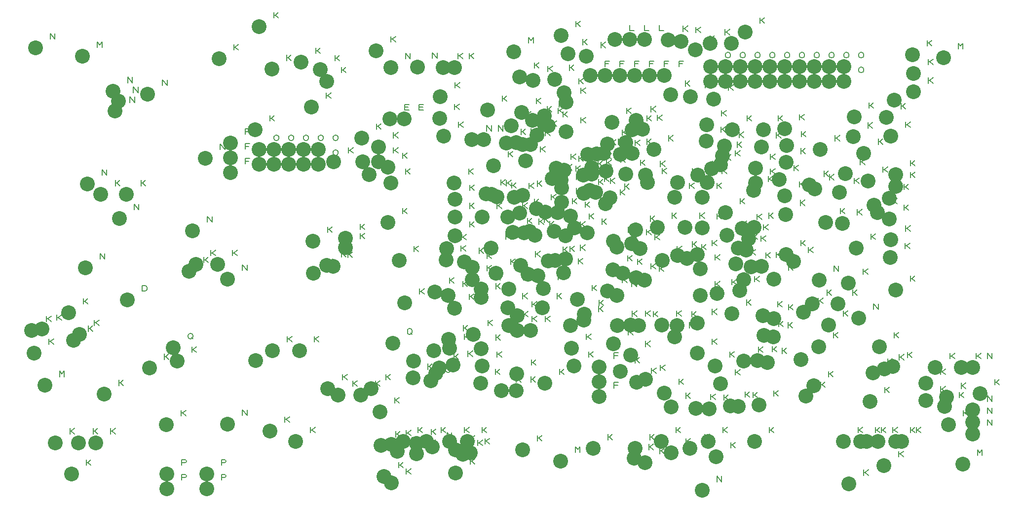
<source format=gbr>
G04 EasyPC Gerber Version 21.0.3 Build 4286 *
G04 #@! TF.Part,Single*
G04 #@! TF.FileFunction,Drillmap *
G04 #@! TF.FilePolarity,Positive *
%FSLAX35Y35*%
%MOIN*%
%ADD11C,0.00500*%
G04 #@! TA.AperFunction,WasherPad*
%ADD105C,0.10000*%
X0Y0D02*
D02*
D11*
X25565Y128585D02*
Y132335D01*
Y130460D02*
X26502D01*
X28690Y132335*
X26502Y130460D02*
X28690Y128585D01*
X27140Y113230D02*
Y116980D01*
Y115106D02*
X28077D01*
X30265Y116980*
X28077Y115106D02*
X30265Y113230D01*
X27927Y319530D02*
Y323280D01*
X31052Y319530*
Y323280*
X32514Y129411D02*
Y133161D01*
Y131287D02*
X33451D01*
X35639Y133161*
X33451Y131287D02*
X35639Y129411D01*
X34307Y91332D02*
Y95082D01*
X35870Y93207*
X37433Y95082*
Y91332*
X41313Y52600D02*
Y56350D01*
Y54476D02*
X42250D01*
X44438Y56350*
X42250Y54476D02*
X44438Y52600D01*
X50368Y140396D02*
Y144146D01*
Y142271D02*
X51306D01*
X53493Y144146*
X51306Y142271D02*
X53493Y140396D01*
X52337Y31341D02*
Y35091D01*
Y33216D02*
X53274D01*
X55462Y35091*
X53274Y33216D02*
X55462Y31341D01*
X53774Y121931D02*
Y125681D01*
Y123806D02*
X54711D01*
X56899Y125681*
X54711Y123806D02*
X56899Y121931D01*
X57061Y52600D02*
Y56350D01*
Y54476D02*
X57998D01*
X60186Y56350*
X57998Y54476D02*
X60186Y52600D01*
X57848Y125868D02*
Y129618D01*
Y127743D02*
X58786D01*
X60974Y129618*
X58786Y127743D02*
X60974Y125868D01*
X59898Y313773D02*
Y317523D01*
X61461Y315648*
X63023Y317523*
Y313773*
X61785Y170711D02*
Y174461D01*
X64911Y170711*
Y174461*
X62967Y227404D02*
Y231154D01*
X66092Y227404*
Y231154*
X68872Y52600D02*
Y56350D01*
Y54476D02*
X69809D01*
X71997Y56350*
X69809Y54476D02*
X71997Y52600D01*
X72022Y220317D02*
Y224067D01*
Y222192D02*
X72959D01*
X75147Y224067*
X72959Y222192D02*
X75147Y220317D01*
X74384Y85278D02*
Y89028D01*
Y87153D02*
X75321D01*
X77509Y89028*
X75321Y87153D02*
X77509Y85278D01*
X80289Y290002D02*
Y293752D01*
X83415Y290002*
Y293752*
X81864Y276616D02*
Y280366D01*
X84989Y276616*
Y280366*
X84226Y283309D02*
Y287059D01*
X87352Y283309*
Y287059*
X84620Y204175D02*
Y207925D01*
X87745Y204175*
Y207925*
X89344Y220317D02*
Y224067D01*
Y222192D02*
X90282D01*
X92470Y224067*
X90282Y222192D02*
X92470Y220317D01*
X90132Y149057D02*
Y152807D01*
X92007*
X92632Y152495*
X92944Y152182*
X93257Y151557*
Y150307*
X92944Y149682*
X92632Y149370*
X92007Y149057*
X90132*
X103911Y288033D02*
Y291783D01*
X107037Y288033*
Y291783*
X105093Y102994D02*
Y106744D01*
Y104869D02*
X106030D01*
X108218Y106744*
X106030Y104869D02*
X108218Y102994D01*
X116510Y64805D02*
Y68555D01*
Y66680D02*
X117447D01*
X119635Y68555*
X117447Y66680D02*
X119635Y64805D01*
X116904Y21341D02*
Y25091D01*
X119091*
X119716Y24778*
X120029Y24153*
X119716Y23528*
X119091Y23216*
X116904*
Y31341D02*
Y35091D01*
X119091*
X119716Y34778*
X120029Y34153*
X119716Y33528*
X119091Y33216*
X116904*
X121234Y118024D02*
Y119274D01*
X121547Y119899*
X121859Y120211*
X122484Y120524*
X123109*
X123734Y120211*
X124047Y119899*
X124359Y119274*
Y118024*
X124047Y117399*
X123734Y117086*
X123109Y116774*
X122484*
X121859Y117086*
X121547Y117399*
X121234Y118024*
X123422Y117711D02*
X124359Y116774D01*
X123596Y107719D02*
Y111469D01*
Y109594D02*
X124534D01*
X126722Y111469*
X124534Y109594D02*
X126722Y107719D01*
X131667Y168348D02*
Y172098D01*
Y170224D02*
X132605D01*
X134793Y172098*
X132605Y170224D02*
X134793Y168348D01*
X134226Y195907D02*
Y199657D01*
X137352Y195907*
Y199657*
X136589Y173073D02*
Y176823D01*
Y174948D02*
X137526D01*
X139714Y176823*
X137526Y174948D02*
X139714Y173073D01*
X142888Y244726D02*
Y248476D01*
X146013Y244726*
Y248476*
X143675Y21341D02*
Y25091D01*
X145863*
X146488Y24778*
X146800Y24153*
X146488Y23528*
X145863Y23216*
X143675*
Y31341D02*
Y35091D01*
X145863*
X146488Y34778*
X146800Y34153*
X146488Y33528*
X145863Y33216*
X143675*
X151156Y173073D02*
Y176823D01*
Y174948D02*
X152093D01*
X154281Y176823*
X152093Y174948D02*
X154281Y173073D01*
X151943Y312049D02*
Y315799D01*
Y313924D02*
X152880D01*
X155068Y315799*
X152880Y313924D02*
X155068Y312049D01*
X157848Y65199D02*
Y68949D01*
X160974Y65199*
Y68949*
X157848Y163230D02*
Y166980D01*
X160974Y163230*
Y166980*
X159593Y245028D02*
Y248778D01*
X162718*
X162093Y246903D02*
X159593D01*
X159661Y235028D02*
Y238778D01*
X162786*
X162161Y236903D02*
X159661D01*
Y255028D02*
Y258778D01*
X162786*
X162161Y256903D02*
X159661D01*
X176352Y264018D02*
Y267768D01*
Y265893D02*
X177290D01*
X179478Y267768*
X177290Y265893D02*
X179478Y264018D01*
X176746Y108112D02*
Y111862D01*
Y109987D02*
X177683D01*
X179871Y111862*
X177683Y109987D02*
X179871Y108112D01*
X179108Y333703D02*
Y337453D01*
Y335578D02*
X180046D01*
X182233Y337453*
X180046Y335578D02*
X182233Y333703D01*
X179187Y242098D02*
Y243348D01*
X179500Y243974*
X179812Y244286*
X180437Y244598*
X181062*
X181687Y244286*
X182000Y243974*
X182312Y243348*
Y242098*
X182000Y241474*
X181687Y241161*
X181062Y240848*
X180437*
X179812Y241161*
X179500Y241474*
X179187Y242098*
Y252098D02*
Y253348D01*
X179500Y253974*
X179812Y254286*
X180437Y254598*
X181062*
X181687Y254286*
X182000Y253974*
X182312Y253348*
Y252098*
X182000Y251474*
X181687Y251161*
X181062Y250848*
X180437*
X179812Y251161*
X179500Y251474*
X179187Y252098*
X186589Y60474D02*
Y64224D01*
Y62350D02*
X187526D01*
X189714Y64224*
X187526Y62350D02*
X189714Y60474D01*
X187770Y304963D02*
Y308713D01*
Y306838D02*
X188707D01*
X190895Y308713*
X188707Y306838D02*
X190895Y304963D01*
X188163Y114805D02*
Y118555D01*
Y116680D02*
X189101D01*
X191289Y118555*
X189101Y116680D02*
X191289Y114805D01*
X189187Y242098D02*
Y243348D01*
X189500Y243974*
X189812Y244286*
X190437Y244598*
X191062*
X191687Y244286*
X192000Y243974*
X192312Y243348*
Y242098*
X192000Y241474*
X191687Y241161*
X191062Y240848*
X190437*
X189812Y241161*
X189500Y241474*
X189187Y242098*
Y252098D02*
Y253348D01*
X189500Y253974*
X189812Y254286*
X190437Y254598*
X191062*
X191687Y254286*
X192000Y253974*
X192312Y253348*
Y252098*
X192000Y251474*
X191687Y251161*
X191062Y250848*
X190437*
X189812Y251161*
X189500Y251474*
X189187Y252098*
X199187Y242098D02*
Y243348D01*
X199500Y243974*
X199812Y244286*
X200437Y244598*
X201062*
X201687Y244286*
X202000Y243974*
X202312Y243348*
Y242098*
X202000Y241474*
X201687Y241161*
X201062Y240848*
X200437*
X199812Y241161*
X199500Y241474*
X199187Y242098*
Y252098D02*
Y253348D01*
X199500Y253974*
X199812Y254286*
X200437Y254598*
X201062*
X201687Y254286*
X202000Y253974*
X202312Y253348*
Y252098*
X202000Y251474*
X201687Y251161*
X201062Y250848*
X200437*
X199812Y251161*
X199500Y251474*
X199187Y252098*
X203911Y53388D02*
Y57138D01*
Y55263D02*
X204849D01*
X207037Y57138*
X204849Y55263D02*
X207037Y53388D01*
X206274Y114805D02*
Y118555D01*
Y116680D02*
X207211D01*
X209399Y118555*
X207211Y116680D02*
X209399Y114805D01*
X207455Y309687D02*
Y313437D01*
Y311562D02*
X208392D01*
X210580Y313437*
X208392Y311562D02*
X210580Y309687D01*
X209187Y242098D02*
Y243348D01*
X209500Y243974*
X209812Y244286*
X210437Y244598*
X211062*
X211687Y244286*
X212000Y243974*
X212312Y243348*
Y242098*
X212000Y241474*
X211687Y241161*
X211062Y240848*
X210437*
X209812Y241161*
X209500Y241474*
X209187Y242098*
Y252098D02*
Y253348D01*
X209500Y253974*
X209812Y254286*
X210437Y254598*
X211062*
X211687Y254286*
X212000Y253974*
X212312Y253348*
Y252098*
X212000Y251474*
X211687Y251161*
X211062Y250848*
X210437*
X209812Y251161*
X209500Y251474*
X209187Y252098*
X214541Y279372D02*
Y283122D01*
Y281247D02*
X215479D01*
X217667Y283122*
X215479Y281247D02*
X217667Y279372D01*
X215329Y188821D02*
Y192571D01*
Y190696D02*
X216266D01*
X218454Y192571*
X216266Y190696D02*
X218454Y188821D01*
X215722Y167167D02*
Y170917D01*
Y169043D02*
X216660D01*
X218848Y170917*
X216660Y169043D02*
X218848Y167167D01*
X219187Y242098D02*
Y243348D01*
X219500Y243974*
X219812Y244286*
X220437Y244598*
X221062*
X221687Y244286*
X222000Y243974*
X222312Y243348*
Y242098*
X222000Y241474*
X221687Y241161*
X221062Y240848*
X220437*
X219812Y241161*
X219500Y241474*
X219187Y242098*
Y252098D02*
Y253348D01*
X219500Y253974*
X219812Y254286*
X220437Y254598*
X221062*
X221687Y254286*
X222000Y253974*
X222312Y253348*
Y252098*
X222000Y251474*
X221687Y251161*
X221062Y250848*
X220437*
X219812Y251161*
X219500Y251474*
X219187Y252098*
X220447Y304785D02*
Y308535D01*
Y306661D02*
X221384D01*
X223572Y308535*
X221384Y306661D02*
X223572Y304785D01*
X224778Y172285D02*
Y176035D01*
Y174161D02*
X225715D01*
X227903Y176035*
X225715Y174161D02*
X227903Y172285D01*
X224778Y296695D02*
Y300445D01*
Y298570D02*
X225715D01*
X227903Y300445*
X225715Y298570D02*
X227903Y296695D01*
X225565Y89215D02*
Y92965D01*
Y91090D02*
X226502D01*
X228690Y92965*
X226502Y91090D02*
X228690Y89215D01*
X229108Y171892D02*
Y175642D01*
Y173767D02*
X230046D01*
X232233Y175642*
X230046Y173767D02*
X232233Y171892D01*
X229502Y242364D02*
Y246114D01*
Y244239D02*
X230439D01*
X232627Y246114*
X230439Y244239D02*
X232627Y242364D01*
X232258Y84884D02*
Y88634D01*
Y86759D02*
X233195D01*
X235383Y88634*
X233195Y86759D02*
X235383Y84884D01*
X237376Y184490D02*
Y188240D01*
Y186365D02*
X238313D01*
X240501Y188240*
X238313Y186365D02*
X240501Y184490D01*
X237376Y190789D02*
Y194539D01*
Y192665D02*
X238313D01*
X240501Y194539*
X238313Y192665D02*
X240501Y190789D01*
X247612Y84884D02*
Y88634D01*
Y86759D02*
X248550D01*
X250737Y88634*
X248550Y86759D02*
X250737Y84884D01*
X248400Y258506D02*
Y262256D01*
Y260381D02*
X249337D01*
X251525Y262256*
X249337Y260381D02*
X251525Y258506D01*
X249187Y242364D02*
Y246114D01*
Y244239D02*
X250124D01*
X252312Y246114*
X250124Y244239D02*
X252312Y242364D01*
X253518Y233703D02*
Y237453D01*
Y235578D02*
X254455D01*
X256643Y237453*
X254455Y235578D02*
X256643Y233703D01*
X254699Y89215D02*
Y92965D01*
Y91090D02*
X255636D01*
X257824Y92965*
X255636Y91090D02*
X257824Y89215D01*
X258242Y317561D02*
Y321311D01*
Y319436D02*
X259180D01*
X261367Y321311*
X259180Y319436D02*
X261367Y317561D01*
X259817Y242364D02*
Y246114D01*
Y244239D02*
X260754D01*
X262942Y246114*
X260754Y244239D02*
X262942Y242364D01*
X259817Y252600D02*
Y256350D01*
Y254476D02*
X260754D01*
X262942Y256350*
X260754Y254476D02*
X262942Y252600D01*
X260604Y73467D02*
Y77217D01*
Y75342D02*
X261542D01*
X263730Y77217*
X261542Y75342D02*
X263730Y73467D01*
X261392Y50632D02*
Y54382D01*
Y52507D02*
X262329D01*
X264517Y54382*
X262329Y52507D02*
X264517Y50632D01*
X263360Y29766D02*
Y33516D01*
Y31641D02*
X264298D01*
X266485Y33516*
X264298Y31641D02*
X266485Y29766D01*
X266116Y201419D02*
Y205169D01*
Y203294D02*
X267054D01*
X269241Y205169*
X267054Y203294D02*
X269241Y201419D01*
X266116Y238821D02*
Y242571D01*
Y240696D02*
X267054D01*
X269241Y242571*
X267054Y240696D02*
X269241Y238821D01*
X267297Y271498D02*
Y275248D01*
X270422*
X269797Y273373D02*
X267297D01*
Y271498D02*
X270422D01*
X268085Y228191D02*
Y231941D01*
Y230066D02*
X269022D01*
X271210Y231941*
X269022Y230066D02*
X271210Y228191D01*
X268085Y306144D02*
Y309894D01*
X271210Y306144*
Y309894*
X268478Y25435D02*
Y29185D01*
Y27310D02*
X269416D01*
X271604Y29185*
X269416Y27310D02*
X271604Y25435D01*
X268478Y51419D02*
Y55169D01*
Y53294D02*
X269416D01*
X271604Y55169*
X269416Y53294D02*
X271604Y51419D01*
X269266Y121173D02*
Y122423D01*
X269578Y123048*
X269891Y123361*
X270516Y123673*
X271141*
X271766Y123361*
X272078Y123048*
X272391Y122423*
Y121173*
X272078Y120548*
X271766Y120236*
X271141Y119923*
X270516*
X269891Y120236*
X269578Y120548*
X269266Y121173*
X271453Y120861D02*
X272391Y119923D01*
X272415Y46695D02*
Y50445D01*
Y48570D02*
X273353D01*
X275541Y50445*
X273353Y48570D02*
X275541Y46695D01*
X273596Y175829D02*
Y179579D01*
Y177704D02*
X274534D01*
X276722Y179579*
X274534Y177704D02*
X276722Y175829D01*
X276352Y53388D02*
Y57138D01*
Y55263D02*
X277290D01*
X279478Y57138*
X277290Y55263D02*
X279478Y53388D01*
X277114Y271498D02*
Y275248D01*
X280239*
X279614Y273373D02*
X277114D01*
Y271498D02*
X280239D01*
X277533Y147089D02*
Y150839D01*
Y148964D02*
X278471D01*
X280659Y150839*
X278471Y148964D02*
X280659Y147089D01*
X283045Y96301D02*
Y100051D01*
Y98176D02*
X283983D01*
X286170Y100051*
X283983Y98176D02*
X286170Y96301D01*
X283439Y107719D02*
Y111469D01*
Y109594D02*
X284376D01*
X286564Y111469*
X284376Y109594D02*
X286564Y107719D01*
X285407Y45120D02*
Y48870D01*
Y46995D02*
X286345D01*
X288533Y48870*
X286345Y46995D02*
X288533Y45120D01*
X285407Y52207D02*
Y55957D01*
Y54082D02*
X286345D01*
X288533Y55957*
X286345Y54082D02*
X288533Y52207D01*
X286195Y306537D02*
Y310287D01*
X289320Y306537*
Y310287*
X292100Y53388D02*
Y57138D01*
Y55263D02*
X293038D01*
X295226Y57138*
X293038Y55263D02*
X295226Y53388D01*
X297437Y95895D02*
X298375D01*
Y95583*
X298063Y94958*
X297750Y94645*
X297125Y94333*
X296500*
X295875Y94645*
X295563Y94958*
X295250Y95583*
Y96833*
X295563Y97458*
X295875Y97770*
X296500Y98083*
X297125*
X297750Y97770*
X298063Y97458*
X298375Y96833*
X296037Y49844D02*
Y53594D01*
X299163Y49844*
Y53594*
X297219Y114805D02*
Y118555D01*
Y116680D02*
X298156D01*
X300344Y118555*
X298156Y116680D02*
X300344Y114805D01*
X297612Y154569D02*
Y158319D01*
Y156444D02*
X298550D01*
X300737Y158319*
X298550Y156444D02*
X300737Y154569D01*
X298400Y99451D02*
Y103201D01*
Y101326D02*
X299337D01*
X301525Y103201*
X299337Y101326D02*
X301525Y99451D01*
X300762Y102994D02*
Y106744D01*
Y104869D02*
X301699D01*
X303887Y106744*
X301699Y104869D02*
X303887Y102994D01*
X301156Y271892D02*
Y275642D01*
Y273767D02*
X302093D01*
X304281Y275642*
X302093Y273767D02*
X304281Y271892D01*
X301549Y286459D02*
Y290209D01*
Y288334D02*
X302487D01*
X304674Y290209*
X302487Y288334D02*
X304674Y286459D01*
X303518Y306144D02*
Y309894D01*
Y308019D02*
X304455D01*
X306643Y309894*
X304455Y308019D02*
X306643Y306144D01*
X303911Y259687D02*
Y263437D01*
Y261562D02*
X304849D01*
X307037Y263437*
X304849Y261562D02*
X307037Y259687D01*
X305486Y176222D02*
Y179972D01*
Y178098D02*
X306424D01*
X308611Y179972*
X306424Y178098D02*
X308611Y176222D01*
X305880Y183703D02*
Y187453D01*
Y185578D02*
X306817D01*
X309005Y187453*
X306817Y185578D02*
X309005Y183703D01*
X306667Y152207D02*
Y155957D01*
Y154082D02*
X307605D01*
X309793Y155957*
X307605Y154082D02*
X309793Y152207D01*
X307061Y122285D02*
Y126035D01*
Y124161D02*
X307998D01*
X310186Y126035*
X307998Y124161D02*
X310186Y122285D01*
X307848Y53388D02*
Y57138D01*
Y55263D02*
X308786D01*
X310974Y57138*
X308786Y55263D02*
X310974Y53388D01*
X307848Y116380D02*
Y120130D01*
Y118255D02*
X308786D01*
X310974Y120130*
X308786Y118255D02*
X310974Y116380D01*
X310211Y104963D02*
Y108713D01*
Y106838D02*
X311148D01*
X313336Y108713*
X311148Y106838D02*
X313336Y104963D01*
X310604Y228191D02*
Y231941D01*
Y230066D02*
X311542D01*
X313730Y231941*
X311542Y230066D02*
X313730Y228191D01*
X310998Y143545D02*
Y147295D01*
Y145420D02*
X311935D01*
X314123Y147295*
X311935Y145420D02*
X314123Y143545D01*
X310998Y306144D02*
Y309894D01*
Y308019D02*
X311935D01*
X314123Y309894*
X311935Y308019D02*
X314123Y306144D01*
X311392Y192364D02*
Y196114D01*
Y194239D02*
X312329D01*
X314517Y196114*
X312329Y194239D02*
X314517Y192364D01*
X311392Y204963D02*
Y208713D01*
Y206838D02*
X312329D01*
X314517Y208713*
X312329Y206838D02*
X314517Y204963D01*
X311392Y217167D02*
Y220917D01*
Y219043D02*
X312329D01*
X314517Y220917*
X312329Y219043D02*
X314517Y217167D01*
X311785Y32128D02*
Y35878D01*
Y34003D02*
X312723D01*
X314911Y35878*
X312723Y34003D02*
X314911Y32128D01*
X311785Y47876D02*
Y51626D01*
Y49751D02*
X312723D01*
X314911Y51626*
X312723Y49751D02*
X314911Y47876D01*
X316904Y44726D02*
Y48476D01*
Y46602D02*
X317841D01*
X320029Y48476*
X317841Y46602D02*
X320029Y44726D01*
X317691Y174648D02*
Y178398D01*
Y176523D02*
X318628D01*
X320816Y178398*
X318628Y176523D02*
X320816Y174648D01*
X319659Y53388D02*
Y57138D01*
Y55263D02*
X320597D01*
X322785Y57138*
X320597Y55263D02*
X322785Y53388D01*
X321628Y45907D02*
Y49657D01*
Y47783D02*
X322565D01*
X324753Y49657*
X322565Y47783D02*
X324753Y45907D01*
X322809Y257325D02*
Y261075D01*
X325934Y257325*
Y261075*
X323006Y162837D02*
Y166587D01*
Y164712D02*
X323943D01*
X326131Y166587*
X323943Y164712D02*
X326131Y162837D01*
X323006Y171104D02*
Y174854D01*
Y172980D02*
X323943D01*
X326131Y174854*
X323943Y172980D02*
X326131Y171104D01*
X323596Y125829D02*
Y129579D01*
Y127704D02*
X324534D01*
X326722Y129579*
X324534Y127704D02*
X326722Y125829D01*
X328715Y92758D02*
Y96508D01*
Y94633D02*
X329652D01*
X331840Y96508*
X329652Y94633D02*
X331840Y92758D01*
X329108Y115986D02*
Y119736D01*
Y117861D02*
X330046D01*
X332233Y119736*
X330046Y117861D02*
X332233Y115986D01*
X329108Y150632D02*
Y154382D01*
Y152507D02*
X330046D01*
X332233Y154382*
X330046Y152507D02*
X332233Y150632D01*
X329108Y156537D02*
Y160287D01*
Y158413D02*
X330046D01*
X332233Y160287*
X330046Y158413D02*
X332233Y156537D01*
X329896Y104569D02*
Y108319D01*
Y106444D02*
X330833D01*
X333021Y108319*
X330833Y106444D02*
X333021Y104569D01*
X329896Y204963D02*
Y208713D01*
Y206838D02*
X330833D01*
X333021Y208713*
X330833Y206838D02*
X333021Y204963D01*
X330683Y257325D02*
Y261075D01*
X333808Y257325*
Y261075*
X332258Y220711D02*
Y224461D01*
Y222586D02*
X333195D01*
X335383Y224461*
X333195Y222586D02*
X335383Y220711D01*
X333439Y277404D02*
Y281154D01*
Y279279D02*
X334376D01*
X336564Y281154*
X334376Y279279D02*
X336564Y277404D01*
X335801Y184096D02*
Y187846D01*
Y185972D02*
X336739D01*
X338926Y187846*
X336739Y185972D02*
X338926Y184096D01*
X336195Y220317D02*
Y224067D01*
Y222192D02*
X337132D01*
X339320Y224067*
X337132Y222192D02*
X339320Y220317D01*
X337376Y239805D02*
Y243555D01*
Y241680D02*
X338313D01*
X340501Y243555*
X338313Y241680D02*
X340501Y239805D01*
X338951Y167167D02*
Y170917D01*
Y169043D02*
X339888D01*
X342076Y170917*
X339888Y169043D02*
X342076Y167167D01*
X339738Y218742D02*
Y222492D01*
Y220617D02*
X340676D01*
X342863Y222492*
X340676Y220617D02*
X342863Y218742D01*
X342888Y87640D02*
Y91390D01*
Y89515D02*
X343825D01*
X346013Y91390*
X343825Y89515D02*
X346013Y87640D01*
X346037Y254963D02*
Y258713D01*
Y256838D02*
X346975D01*
X349163Y258713*
X346975Y256838D02*
X349163Y254963D01*
X347219Y143939D02*
Y147689D01*
Y145814D02*
X348156D01*
X350344Y147689*
X348156Y145814D02*
X350344Y143939D01*
X347219Y204963D02*
Y208713D01*
Y206838D02*
X348156D01*
X350344Y208713*
X348156Y206838D02*
X350344Y204963D01*
X347612Y131734D02*
Y135484D01*
Y133609D02*
X348550D01*
X350737Y135484*
X348550Y133609D02*
X350737Y131734D01*
X347612Y156537D02*
Y160287D01*
Y158413D02*
X348550D01*
X350737Y160287*
X348550Y158413D02*
X350737Y156537D01*
X349581Y266774D02*
Y270524D01*
Y268649D02*
X350518D01*
X352706Y270524*
X350518Y268649D02*
X352706Y266774D01*
X350368Y194726D02*
Y198476D01*
Y196602D02*
X351306D01*
X353493Y198476*
X351306Y196602D02*
X353493Y194726D01*
X351156Y316774D02*
Y320524D01*
X352718Y318649*
X354281Y320524*
Y316774*
X351549Y218348D02*
Y222098D01*
Y220224D02*
X352487D01*
X354674Y222098*
X352487Y220224D02*
X354674Y218348D01*
X352730Y87640D02*
Y91390D01*
Y89515D02*
X353668D01*
X355856Y91390*
X353668Y89515D02*
X355856Y87640D01*
X352730Y255356D02*
Y259106D01*
Y257231D02*
X353668D01*
X355856Y259106*
X353668Y257231D02*
X355856Y255356D01*
X353124Y99057D02*
Y102807D01*
Y100932D02*
X354061D01*
X356249Y102807*
X354061Y100932D02*
X356249Y99057D01*
X353518Y128585D02*
Y132335D01*
Y130460D02*
X354455D01*
X356643Y132335*
X354455Y130460D02*
X356643Y128585D01*
X353518Y138427D02*
Y142177D01*
Y140302D02*
X354455D01*
X356643Y142177*
X354455Y140302D02*
X356643Y138427D01*
X355093Y207719D02*
Y211469D01*
Y209594D02*
X356030D01*
X358218Y211469*
X356030Y209594D02*
X358218Y207719D01*
X355093Y299844D02*
Y303594D01*
Y301720D02*
X356030D01*
X358218Y303594*
X356030Y301720D02*
X358218Y299844D01*
X355880Y172285D02*
Y176035D01*
Y174161D02*
X356817D01*
X359005Y176035*
X356817Y174161D02*
X359005Y172285D01*
X356274Y275829D02*
Y279579D01*
Y277704D02*
X357211D01*
X359399Y279579*
X357211Y277704D02*
X359399Y275829D01*
X357061Y47876D02*
Y51626D01*
Y49751D02*
X357998D01*
X360186Y51626*
X357998Y49751D02*
X360186Y47876D01*
X357061Y219923D02*
Y223673D01*
Y221798D02*
X357998D01*
X360186Y223673*
X357998Y221798D02*
X360186Y219923D01*
X357061Y254175D02*
Y257925D01*
Y256050D02*
X357998D01*
X360186Y257925*
X357998Y256050D02*
X360186Y254175D01*
X358242Y194333D02*
Y198083D01*
Y196208D02*
X359180D01*
X361367Y198083*
X359180Y196208D02*
X361367Y194333D01*
X359226Y243152D02*
Y246902D01*
Y245027D02*
X360164D01*
X362352Y246902*
X360164Y245027D02*
X362352Y243152D01*
X360801Y166380D02*
Y170130D01*
Y168255D02*
X361739D01*
X363926Y170130*
X361739Y168255D02*
X363926Y166380D01*
X361785Y195514D02*
Y199264D01*
Y197389D02*
X362723D01*
X364911Y199264*
X362723Y197389D02*
X364911Y195514D01*
X362573Y128585D02*
Y132335D01*
Y130460D02*
X363510D01*
X365698Y132335*
X363510Y130460D02*
X365698Y128585D01*
X362573Y254175D02*
Y257925D01*
Y256050D02*
X363510D01*
X365698Y257925*
X363510Y256050D02*
X365698Y254175D01*
X363754Y270317D02*
Y274067D01*
Y272192D02*
X364691D01*
X366879Y274067*
X364691Y272192D02*
X366879Y270317D01*
X364148Y297482D02*
Y301232D01*
Y299357D02*
X365085D01*
X367273Y301232*
X365085Y299357D02*
X367273Y297482D01*
X365329Y192758D02*
Y196508D01*
Y194633D02*
X366266D01*
X368454Y196508*
X366266Y194633D02*
X368454Y192758D01*
X366510Y210868D02*
Y214618D01*
Y212743D02*
X367447D01*
X369635Y214618*
X367447Y212743D02*
X369635Y210868D01*
X366904Y260474D02*
Y264224D01*
Y262350D02*
X367841D01*
X370029Y264224*
X367841Y262350D02*
X370029Y260474D01*
X367297Y165593D02*
Y169343D01*
Y167468D02*
X368235D01*
X370422Y169343*
X368235Y167468D02*
X370422Y165593D01*
X370447Y143939D02*
Y147689D01*
Y145814D02*
X371384D01*
X373572Y147689*
X371384Y145814D02*
X373572Y143939D01*
X371234Y156931D02*
Y160681D01*
Y158806D02*
X372172D01*
X374359Y160681*
X372172Y158806D02*
X374359Y156931D01*
X371234Y269136D02*
Y272886D01*
Y271011D02*
X372172D01*
X374359Y272886*
X372172Y271011D02*
X374359Y269136D01*
X371628Y273467D02*
Y277217D01*
Y275342D02*
X372565D01*
X374753Y277217*
X372565Y275342D02*
X374753Y273467D01*
X372022Y92758D02*
Y96508D01*
Y94633D02*
X372959D01*
X375147Y96508*
X372959Y94633D02*
X375147Y92758D01*
X372415Y208467D02*
Y212217D01*
Y210342D02*
X373353D01*
X375541Y212217*
X373353Y210342D02*
X375541Y208467D01*
X374384Y175435D02*
Y179185D01*
Y177310D02*
X375321D01*
X377509Y179185*
X375321Y177310D02*
X377509Y175435D01*
X374384Y266774D02*
Y270524D01*
Y268649D02*
X375321D01*
X377509Y270524*
X375321Y268649D02*
X377509Y266774D01*
X377140Y230947D02*
Y234697D01*
Y232822D02*
X378077D01*
X380265Y234697*
X378077Y232822D02*
X380265Y230947D01*
X378321Y195514D02*
Y199264D01*
Y197389D02*
X379258D01*
X381446Y199264*
X379258Y197389D02*
X381446Y195514D01*
X378715Y298270D02*
Y302020D01*
Y300145D02*
X379652D01*
X381840Y302020*
X379652Y300145D02*
X381840Y298270D01*
X379108Y175829D02*
Y179579D01*
Y177704D02*
X380046D01*
X382233Y179579*
X380046Y177704D02*
X382233Y175829D01*
X379896Y238033D02*
Y241783D01*
Y239909D02*
X380833D01*
X383021Y241783*
X380833Y239909D02*
X383021Y238033D01*
X380683Y208112D02*
Y211862D01*
Y209987D02*
X381620D01*
X383808Y211862*
X381620Y209987D02*
X383808Y208112D01*
X382733Y40151D02*
Y43901D01*
X384295Y42026*
X385858Y43901*
Y40151*
X383045Y230159D02*
Y233909D01*
Y232035D02*
X383983D01*
X386170Y233909*
X383983Y232035D02*
X386170Y230159D01*
X383045Y327797D02*
Y331547D01*
Y329672D02*
X383983D01*
X386170Y331547*
X383983Y329672D02*
X386170Y327797D01*
X383439Y215199D02*
Y218949D01*
Y217074D02*
X384376D01*
X386564Y218949*
X384376Y217074D02*
X386564Y215199D01*
X383439Y224648D02*
Y228398D01*
Y226523D02*
X384376D01*
X386564Y228398*
X384376Y226523D02*
X386564Y224648D01*
X384620Y167561D02*
Y171311D01*
Y169436D02*
X385557D01*
X387745Y171311*
X385557Y169436D02*
X387745Y167561D01*
X385014Y236852D02*
Y240602D01*
Y238728D02*
X385951D01*
X388139Y240602*
X385951Y238728D02*
X388139Y236852D01*
X385014Y289215D02*
Y292965D01*
Y291090D02*
X385951D01*
X388139Y292965*
X385951Y291090D02*
X388139Y289215D01*
X386195Y176616D02*
Y180366D01*
Y178491D02*
X387132D01*
X389320Y180366*
X387132Y178491D02*
X389320Y176616D01*
X386195Y192364D02*
Y196114D01*
Y194239D02*
X387132D01*
X389320Y196114*
X387132Y194239D02*
X389320Y192364D01*
X386589Y262837D02*
Y266587D01*
Y264712D02*
X387526D01*
X389714Y266587*
X387526Y264712D02*
X389714Y262837D01*
X386589Y282915D02*
Y286665D01*
Y284791D02*
X387526D01*
X389714Y286665*
X387526Y284791D02*
X389714Y282915D01*
X387770Y315593D02*
Y319343D01*
Y317468D02*
X388707D01*
X390895Y319343*
X388707Y317468D02*
X390895Y315593D01*
X389344Y131734D02*
Y135484D01*
Y133609D02*
X390282D01*
X392470Y135484*
X390282Y133609D02*
X392470Y131734D01*
X389344Y205750D02*
Y209500D01*
Y207625D02*
X390282D01*
X392470Y209500*
X390282Y207625D02*
X392470Y205750D01*
X390132Y116380D02*
Y120130D01*
Y118255D02*
X391069D01*
X393257Y120130*
X391069Y118255D02*
X393257Y116380D01*
X391707Y104569D02*
Y108319D01*
Y106444D02*
X392644D01*
X394832Y108319*
X392644Y106444D02*
X394832Y104569D01*
X392100Y197876D02*
Y201626D01*
Y199751D02*
X393038D01*
X395226Y201626*
X393038Y199751D02*
X395226Y197876D01*
X394069Y149451D02*
Y153201D01*
Y151326D02*
X395006D01*
X397194Y153201*
X395006Y151326D02*
X397194Y149451D01*
X398006Y233309D02*
Y237059D01*
Y235184D02*
X398943D01*
X401131Y237059*
X398943Y235184D02*
X401131Y233309D01*
X398400Y135278D02*
Y139028D01*
Y137153D02*
X399337D01*
X401525Y139028*
X399337Y137153D02*
X401525Y135278D01*
X398400Y221104D02*
Y224854D01*
Y222980D02*
X399337D01*
X401525Y224854*
X399337Y222980D02*
X401525Y221104D01*
X398793Y139411D02*
Y143161D01*
Y141287D02*
X399731D01*
X401919Y143161*
X399731Y141287D02*
X401919Y139411D01*
X399974Y313624D02*
Y317374D01*
Y315499D02*
X400912D01*
X403100Y317374*
X400912Y315499D02*
X403100Y313624D01*
X400762Y194333D02*
Y198083D01*
Y196208D02*
X401699D01*
X403887Y198083*
X401699Y196208D02*
X403887Y194333D01*
X401156Y247482D02*
Y251232D01*
Y249357D02*
X402093D01*
X404281Y251232*
X402093Y249357D02*
X404281Y247482D01*
X402337Y223073D02*
Y226823D01*
Y224948D02*
X403274D01*
X405462Y226823*
X403274Y224948D02*
X405462Y223073D01*
X402665Y300869D02*
Y304619D01*
X405790*
X405165Y302744D02*
X402665D01*
X403911Y234096D02*
Y237846D01*
Y235972D02*
X404849D01*
X407037Y237846*
X404849Y235972D02*
X407037Y234096D01*
X403911Y238427D02*
Y242177D01*
Y240302D02*
X404849D01*
X407037Y242177*
X404849Y240302D02*
X407037Y238427D01*
X404699Y48663D02*
Y52413D01*
Y50539D02*
X405636D01*
X407824Y52413*
X405636Y50539D02*
X407824Y48663D01*
X406274Y221892D02*
Y225642D01*
Y223767D02*
X407211D01*
X409399Y225642*
X407211Y223767D02*
X409399Y221892D01*
X407061Y247876D02*
Y251626D01*
Y249751D02*
X407998D01*
X410186Y251626*
X407998Y249751D02*
X410186Y247876D01*
X408792Y83637D02*
Y87387D01*
X411917*
X411292Y85513D02*
X408792D01*
Y103637D02*
Y107387D01*
X411917*
X411292Y105513D02*
X408792D01*
X408860Y93637D02*
Y97387D01*
X411985*
X411360Y95513D02*
X408860D01*
X411785Y248270D02*
Y252020D01*
Y250145D02*
X412723D01*
X414911Y252020*
X412723Y250145D02*
X414911Y248270D01*
X412665Y300801D02*
Y304551D01*
X415790*
X415165Y302676D02*
X412665D01*
X412967Y214018D02*
Y217768D01*
Y215893D02*
X413904D01*
X416092Y217768*
X413904Y215893D02*
X416092Y214018D01*
X413360Y236065D02*
Y239815D01*
Y237940D02*
X414298D01*
X416485Y239815*
X414298Y237940D02*
X416485Y236065D01*
X414541Y154963D02*
Y158713D01*
Y156838D02*
X415479D01*
X417667Y158713*
X415479Y156838D02*
X417667Y154963D01*
X414541Y254569D02*
Y258319D01*
Y256444D02*
X415479D01*
X417667Y258319*
X415479Y256444D02*
X417667Y254569D01*
X416116Y217955D02*
Y221705D01*
Y219830D02*
X417054D01*
X419241Y221705*
X417054Y219830D02*
X419241Y217955D01*
X417297Y269136D02*
Y272886D01*
Y271011D02*
X418235D01*
X420422Y272886*
X418235Y271011D02*
X420422Y269136D01*
X418085Y169530D02*
Y173280D01*
Y171405D02*
X419022D01*
X421210Y173280*
X419022Y171405D02*
X421210Y169530D01*
X418478Y119530D02*
Y123280D01*
Y121405D02*
X419416D01*
X421604Y123280*
X419416Y121405D02*
X421604Y119530D01*
X418478Y188821D02*
Y192571D01*
Y190696D02*
X419416D01*
X421604Y192571*
X419416Y190696D02*
X421604Y188821D01*
X419266Y328791D02*
Y325041D01*
X422391*
X420841Y152207D02*
Y155957D01*
X423966Y152207*
Y155957*
X420841Y184884D02*
Y188634D01*
Y186759D02*
X421778D01*
X423966Y188634*
X421778Y186759D02*
X423966Y184884D01*
X421234Y131931D02*
Y135681D01*
Y133806D02*
X422172D01*
X424359Y135681*
X422172Y133806D02*
X424359Y131931D01*
X422665Y300869D02*
Y304619D01*
X425790*
X425165Y302744D02*
X422665D01*
X423006Y100632D02*
Y104382D01*
Y102507D02*
X423943D01*
X426131Y104382*
X423943Y102507D02*
X426131Y100632D01*
X423203Y247482D02*
Y251232D01*
Y249357D02*
X424140D01*
X426328Y251232*
X424140Y249357D02*
X426328Y247482D01*
X424778Y167167D02*
Y170917D01*
Y169043D02*
X425715D01*
X427903Y170917*
X425715Y169043D02*
X427903Y167167D01*
X426746Y234096D02*
Y237846D01*
Y235972D02*
X427683D01*
X429871Y237846*
X427683Y235972D02*
X429871Y234096D01*
X426746Y255356D02*
Y259106D01*
Y257231D02*
X427683D01*
X429871Y259106*
X427683Y257231D02*
X429871Y255356D01*
X429266Y328791D02*
Y325041D01*
X432391*
X430230Y111656D02*
Y115406D01*
Y113531D02*
X431168D01*
X433356Y115406*
X431168Y113531D02*
X433356Y111656D01*
X430230Y132128D02*
Y135878D01*
Y134003D02*
X431168D01*
X433356Y135878*
X431168Y134003D02*
X433356Y132128D01*
X430880Y187246D02*
Y190996D01*
Y189121D02*
X431817D01*
X434005Y190996*
X431817Y189121D02*
X434005Y187246D01*
X431077Y248270D02*
Y252020D01*
Y250145D02*
X432014D01*
X434202Y252020*
X432014Y250145D02*
X434202Y248270D01*
X431077Y264018D02*
Y267768D01*
Y265893D02*
X432014D01*
X434202Y267768*
X432014Y265893D02*
X434202Y264018D01*
X432258Y41970D02*
Y45720D01*
Y43846D02*
X433195D01*
X435383Y45720*
X433195Y43846D02*
X435383Y41970D01*
X432652Y300869D02*
Y304619D01*
X435777*
X435152Y302744D02*
X432652D01*
X433045Y48663D02*
Y52413D01*
Y50539D02*
X433983D01*
X436170Y52413*
X433983Y50539D02*
X436170Y48663D01*
X433439Y196301D02*
Y200051D01*
Y198176D02*
X434376D01*
X436564Y200051*
X434376Y198176D02*
X436564Y196301D01*
X433833Y164018D02*
Y167768D01*
Y165893D02*
X434770D01*
X436958Y167768*
X434770Y165893D02*
X436958Y164018D01*
X433833Y270317D02*
Y274067D01*
Y272192D02*
X434770D01*
X436958Y274067*
X434770Y272192D02*
X436958Y270317D01*
X434226Y93545D02*
Y97295D01*
Y95420D02*
X435164D01*
X437352Y97295*
X435164Y95420D02*
X437352Y93545D01*
X435407Y131734D02*
Y135484D01*
Y133609D02*
X436345D01*
X438533Y135484*
X436345Y133609D02*
X438533Y131734D01*
X436589Y183703D02*
Y187453D01*
Y185578D02*
X437526D01*
X439714Y187453*
X437526Y185578D02*
X439714Y183703D01*
X438163Y264411D02*
Y268161D01*
Y266287D02*
X439101D01*
X441289Y268161*
X439101Y266287D02*
X441289Y264411D01*
X439266Y328791D02*
Y325041D01*
X442391*
X439344Y162443D02*
Y166193D01*
Y164318D02*
X440282D01*
X442470Y166193*
X440282Y164318D02*
X442470Y162443D01*
X439738Y39215D02*
Y42965D01*
Y41090D02*
X440676D01*
X442863Y42965*
X440676Y41090D02*
X442863Y39215D01*
X440132Y233309D02*
Y237059D01*
Y235184D02*
X441069D01*
X443257Y237059*
X441069Y235184D02*
X443257Y233309D01*
X440230Y95514D02*
Y99264D01*
Y97389D02*
X441168D01*
X443356Y99264*
X441168Y97389D02*
X443356Y95514D01*
X441313Y228585D02*
Y232335D01*
Y230460D02*
X442250D01*
X444438Y232335*
X442250Y230460D02*
X444438Y228585D01*
X442665Y300869D02*
Y304619D01*
X445790*
X445165Y302744D02*
X442665D01*
X445644Y250632D02*
Y254382D01*
Y252507D02*
X446581D01*
X448769Y254382*
X446581Y252507D02*
X448769Y250632D01*
X448006Y198270D02*
Y202020D01*
Y200145D02*
X448943D01*
X451131Y202020*
X448943Y200145D02*
X451131Y198270D01*
X450762Y53388D02*
Y57138D01*
Y55263D02*
X451699D01*
X453887Y57138*
X451699Y55263D02*
X453887Y53388D01*
X451156Y132128D02*
Y135878D01*
Y134003D02*
X452093D01*
X454281Y135878*
X452093Y134003D02*
X454281Y132128D01*
X451549Y175829D02*
Y179579D01*
Y177704D02*
X452487D01*
X454674Y179579*
X452487Y177704D02*
X454674Y175829D01*
X452665Y300869D02*
Y304619D01*
X455790*
X455165Y302744D02*
X452665D01*
X452730Y86065D02*
Y89815D01*
Y87940D02*
X453668D01*
X455856Y89815*
X453668Y87940D02*
X455856Y86065D01*
X455486Y324648D02*
Y328398D01*
Y326523D02*
X456424D01*
X458611Y328398*
X456424Y326523D02*
X458611Y324648D01*
X457061Y287640D02*
Y291390D01*
Y289515D02*
X457998D01*
X460186Y291390*
X457998Y289515D02*
X460186Y287640D01*
X457455Y45907D02*
Y49657D01*
Y47783D02*
X458392D01*
X460580Y49657*
X458392Y47783D02*
X460580Y45907D01*
X457455Y76616D02*
Y80366D01*
Y78491D02*
X458392D01*
X460580Y80366*
X458392Y78491D02*
X460580Y76616D01*
X459817Y124254D02*
Y128004D01*
Y126129D02*
X460754D01*
X462942Y128004*
X460754Y126129D02*
X462942Y124254D01*
X459817Y218467D02*
Y222217D01*
Y220342D02*
X460754D01*
X462942Y222217*
X460754Y220342D02*
X462942Y218467D01*
X461392Y131734D02*
Y135484D01*
Y133609D02*
X462329D01*
X464517Y135484*
X462329Y133609D02*
X464517Y131734D01*
X461785Y178978D02*
Y182728D01*
Y180854D02*
X462723D01*
X464911Y182728*
X462723Y180854D02*
X464911Y178978D01*
X461785Y228585D02*
Y232335D01*
Y230460D02*
X462723D01*
X464911Y232335*
X462723Y230460D02*
X464911Y228585D01*
X464148Y323860D02*
Y327610D01*
Y325735D02*
X465085D01*
X467273Y327610*
X465085Y325735D02*
X467273Y323860D01*
X466904Y198270D02*
Y202020D01*
Y200145D02*
X467841D01*
X470029Y202020*
X467841Y200145D02*
X470029Y198270D01*
X468085Y177010D02*
Y180760D01*
Y178885D02*
X469022D01*
X471210Y180760*
X469022Y178885D02*
X471210Y177010D01*
X470250Y48663D02*
Y52413D01*
Y50539D02*
X471187D01*
X473375Y52413*
X471187Y50539D02*
X473375Y48663D01*
X470447Y286459D02*
Y290209D01*
Y288334D02*
X471384D01*
X473572Y290209*
X471384Y288334D02*
X473572Y286459D01*
X473793Y317955D02*
Y321705D01*
Y319830D02*
X474731D01*
X476919Y321705*
X474731Y319830D02*
X476919Y317955D01*
X474187Y75829D02*
Y79579D01*
Y77704D02*
X475124D01*
X477312Y79579*
X475124Y77704D02*
X477312Y75829D01*
X475171Y179766D02*
Y183516D01*
Y181641D02*
X476109D01*
X478296Y183516*
X476109Y181641D02*
X478296Y179766D01*
X475230Y113230D02*
Y116980D01*
Y115106D02*
X476168D01*
X478356Y116980*
X476168Y115106D02*
X478356Y113230D01*
X475230Y133309D02*
Y137059D01*
Y135184D02*
X476168D01*
X478356Y137059*
X476168Y135184D02*
X478356Y133309D01*
X475565Y233467D02*
Y237217D01*
Y235342D02*
X476502D01*
X478690Y237217*
X476502Y235342D02*
X478690Y233467D01*
X477140Y152010D02*
Y155760D01*
Y153885D02*
X478077D01*
X480265Y155760*
X478077Y153885D02*
X480265Y152010D01*
X477140Y170120D02*
Y173870D01*
Y171995D02*
X478077D01*
X480265Y173870*
X478077Y171995D02*
X480265Y170120D01*
X478321Y20317D02*
Y24067D01*
X481446Y20317*
Y24067*
X478321Y197876D02*
Y201626D01*
Y199751D02*
X479258D01*
X481446Y201626*
X479258Y199751D02*
X481446Y197876D01*
X478321Y218467D02*
Y222217D01*
Y220342D02*
X479258D01*
X481446Y222217*
X479258Y220342D02*
X481446Y218467D01*
X481077Y256537D02*
Y260287D01*
Y258413D02*
X482014D01*
X484202Y260287*
X482014Y258413D02*
X484202Y256537D01*
X481470Y267561D02*
Y271311D01*
Y269436D02*
X482408D01*
X484596Y271311*
X482408Y269436D02*
X484596Y267561D01*
X481864Y228585D02*
Y232335D01*
Y230460D02*
X482802D01*
X484989Y232335*
X482802Y230460D02*
X484989Y228585D01*
X482258Y53388D02*
Y57138D01*
Y55263D02*
X483195D01*
X485383Y57138*
X483195Y55263D02*
X485383Y53388D01*
X483045Y75435D02*
Y79185D01*
Y77310D02*
X483983D01*
X486170Y79185*
X483983Y77310D02*
X486170Y75435D01*
X483833Y322285D02*
Y326035D01*
Y324161D02*
X484770D01*
X486958Y326035*
X484770Y324161D02*
X486958Y322285D01*
X484226Y297945D02*
Y299195D01*
X484539Y299820*
X484852Y300133*
X485476Y300445*
X486102*
X486726Y300133*
X487039Y299820*
X487352Y299195*
Y297945*
X487039Y297320*
X486726Y297007*
X486102Y296695*
X485476*
X484852Y297007*
X484539Y297320*
X484226Y297945*
Y307945D02*
Y309195D01*
X484539Y309820*
X484852Y310133*
X485476Y310445*
X486102*
X486726Y310133*
X487039Y309820*
X487352Y309195*
Y307945*
X487039Y307320*
X486726Y307007*
X486102Y306695*
X485476*
X484852Y307007*
X484539Y307320*
X484226Y307945*
X484620Y237640D02*
Y241390D01*
Y239515D02*
X485557D01*
X487745Y241390*
X485557Y239515D02*
X487745Y237640D01*
X486195Y284884D02*
Y288634D01*
Y286759D02*
X487132D01*
X489320Y288634*
X487132Y286759D02*
X489320Y284884D01*
X486982Y104569D02*
Y108319D01*
Y106444D02*
X487920D01*
X490107Y108319*
X487920Y106444D02*
X490107Y104569D01*
X487770Y43152D02*
Y46902D01*
Y45027D02*
X488707D01*
X490895Y46902*
X488707Y45027D02*
X490895Y43152D01*
X488557Y153388D02*
Y157138D01*
Y155263D02*
X489494D01*
X491682Y157138*
X489494Y155263D02*
X491682Y153388D01*
X490919Y92364D02*
Y96114D01*
Y94239D02*
X491857D01*
X494044Y96114*
X491857Y94239D02*
X494044Y92364D01*
X490919Y240396D02*
Y244146D01*
Y242271D02*
X491857D01*
X494044Y244146*
X491857Y242271D02*
X494044Y240396D01*
X492100Y246301D02*
Y250051D01*
Y248176D02*
X493038D01*
X495226Y250051*
X493038Y248176D02*
X495226Y246301D01*
X493281Y252994D02*
Y256744D01*
Y254869D02*
X494219D01*
X496407Y256744*
X494219Y254869D02*
X496407Y252994D01*
X494069Y208112D02*
Y211862D01*
Y209987D02*
X495006D01*
X497194Y211862*
X495006Y209987D02*
X497194Y208112D01*
X494226Y297945D02*
Y299195D01*
X494539Y299820*
X494852Y300133*
X495476Y300445*
X496102*
X496726Y300133*
X497039Y299820*
X497352Y299195*
Y297945*
X497039Y297320*
X496726Y297007*
X496102Y296695*
X495476*
X494852Y297007*
X494539Y297320*
X494226Y297945*
Y307945D02*
Y309195D01*
X494539Y309820*
X494852Y310133*
X495476Y310445*
X496102*
X496726Y310133*
X497039Y309820*
X497352Y309195*
Y307945*
X497039Y307320*
X496726Y307007*
X496102Y306695*
X495476*
X494852Y307007*
X494539Y307320*
X494226Y307945*
X495250Y192758D02*
Y196508D01*
Y194633D02*
X496187D01*
X498375Y196508*
X496187Y194633D02*
X498375Y192758D01*
X497415Y77404D02*
Y81154D01*
Y79279D02*
X498353D01*
X500541Y81154*
X498353Y79279D02*
X500541Y77404D01*
X498203Y322285D02*
Y326035D01*
Y324161D02*
X499140D01*
X501328Y326035*
X499140Y324161D02*
X501328Y322285D01*
X498400Y139608D02*
Y143358D01*
Y141483D02*
X499337D01*
X501525Y143358*
X499337Y141483D02*
X501525Y139608D01*
X498793Y264018D02*
Y267768D01*
Y265893D02*
X499731D01*
X501919Y267768*
X499731Y265893D02*
X501919Y264018D01*
X501156Y173467D02*
Y177217D01*
Y175342D02*
X502093D01*
X504281Y177217*
X502093Y175342D02*
X504281Y173467D01*
X502730Y77010D02*
Y80760D01*
Y78885D02*
X503668D01*
X505856Y80760*
X503668Y78885D02*
X505856Y77010D01*
X502730Y184096D02*
Y187846D01*
Y185972D02*
X503668D01*
X505856Y187846*
X503668Y185972D02*
X505856Y184096D01*
X503911Y155356D02*
Y159106D01*
Y157231D02*
X504849D01*
X507037Y159106*
X504849Y157231D02*
X507037Y155356D01*
X504226Y297945D02*
Y299195D01*
X504539Y299820*
X504852Y300133*
X505476Y300445*
X506102*
X506726Y300133*
X507039Y299820*
X507352Y299195*
Y297945*
X507039Y297320*
X506726Y297007*
X506102Y296695*
X505476*
X504852Y297007*
X504539Y297320*
X504226Y297945*
Y307945D02*
Y309195D01*
X504539Y309820*
X504852Y310133*
X505476Y310445*
X506102*
X506726Y310133*
X507039Y309820*
X507352Y309195*
Y307945*
X507039Y307320*
X506726Y307007*
X506102Y306695*
X505476*
X504852Y307007*
X504539Y307320*
X504226Y307945*
X505486Y197482D02*
Y201232D01*
Y199357D02*
X506424D01*
X508611Y201232*
X506424Y199357D02*
X508611Y197482D01*
X506274Y107719D02*
Y111469D01*
Y109594D02*
X507211D01*
X509399Y111469*
X507211Y109594D02*
X509399Y107719D01*
X506274Y162837D02*
Y166587D01*
Y164712D02*
X507211D01*
X509399Y166587*
X507211Y164712D02*
X509399Y162837D01*
X507455Y330159D02*
Y333909D01*
Y332035D02*
X508392D01*
X510580Y333909*
X508392Y332035D02*
X510580Y330159D01*
X508242Y182915D02*
Y186665D01*
Y184791D02*
X509180D01*
X511367Y186665*
X509180Y184791D02*
X511367Y182915D01*
X509817Y190396D02*
Y194146D01*
Y192271D02*
X510754D01*
X512942Y194146*
X510754Y192271D02*
X512942Y190396D01*
X511392Y171498D02*
Y175248D01*
Y173373D02*
X512329D01*
X514517Y175248*
X512329Y173373D02*
X514517Y171498D01*
X512967Y223073D02*
Y226823D01*
Y224948D02*
X513904D01*
X516092Y226823*
X513904Y224948D02*
X516092Y223073D01*
X513360Y198270D02*
Y202020D01*
Y200145D02*
X514298D01*
X516485Y202020*
X514298Y200145D02*
X516485Y198270D01*
X513754Y53388D02*
Y57138D01*
Y55263D02*
X514691D01*
X516879Y57138*
X514691Y55263D02*
X516879Y53388D01*
X514226Y297945D02*
Y299195D01*
X514539Y299820*
X514852Y300133*
X515476Y300445*
X516102*
X516726Y300133*
X517039Y299820*
X517352Y299195*
Y297945*
X517039Y297320*
X516726Y297007*
X516102Y296695*
X515476*
X514852Y297007*
X514539Y297320*
X514226Y297945*
Y307945D02*
Y309195D01*
X514539Y309820*
X514852Y310133*
X515476Y310445*
X516102*
X516726Y310133*
X517039Y309820*
X517352Y309195*
Y307945*
X517039Y307320*
X516726Y307007*
X516102Y306695*
X515476*
X514852Y307007*
X514539Y307320*
X514226Y307945*
X514541Y228191D02*
Y231941D01*
Y230066D02*
X515479D01*
X517667Y231941*
X515479Y230066D02*
X517667Y228191D01*
X514541Y238033D02*
Y241783D01*
Y239909D02*
X515479D01*
X517667Y241783*
X515479Y239909D02*
X517667Y238033D01*
X515722Y108112D02*
Y111862D01*
Y109987D02*
X516660D01*
X518848Y111862*
X516660Y109987D02*
X518848Y108112D01*
X516707Y78191D02*
Y81941D01*
Y80066D02*
X517644D01*
X519832Y81941*
X517644Y80066D02*
X519832Y78191D01*
X518478Y171892D02*
Y175642D01*
Y173767D02*
X519416D01*
X521604Y175642*
X519416Y173767D02*
X521604Y171892D01*
X518478Y252600D02*
Y256350D01*
Y254476D02*
X519416D01*
X521604Y256350*
X519416Y254476D02*
X521604Y252600D01*
X519266Y138427D02*
Y142177D01*
Y140302D02*
X520203D01*
X522391Y142177*
X520203Y140302D02*
X522391Y138427D01*
X519659Y264018D02*
Y267768D01*
Y265893D02*
X520597D01*
X522785Y267768*
X520597Y265893D02*
X522785Y264018D01*
X520053Y125041D02*
Y128791D01*
Y126917D02*
X520991D01*
X523178Y128791*
X520991Y126917D02*
X523178Y125041D01*
X522415Y106931D02*
Y110681D01*
Y108806D02*
X523353D01*
X525541Y110681*
X523353Y108806D02*
X525541Y106931D01*
X524226Y297945D02*
Y299195D01*
X524539Y299820*
X524852Y300133*
X525476Y300445*
X526102*
X526726Y300133*
X527039Y299820*
X527352Y299195*
Y297945*
X527039Y297320*
X526726Y297007*
X526102Y296695*
X525476*
X524852Y297007*
X524539Y297320*
X524226Y297945*
Y307945D02*
Y309195D01*
X524539Y309820*
X524852Y310133*
X525476Y310445*
X526102*
X526726Y310133*
X527039Y309820*
X527352Y309195*
Y307945*
X527039Y307320*
X526726Y307007*
X526102Y306695*
X525476*
X524852Y307007*
X524539Y307320*
X524226Y307945*
X526352Y124254D02*
Y128004D01*
Y126129D02*
X527290D01*
X529478Y128004*
X527290Y126129D02*
X529478Y124254D01*
X526746Y136459D02*
Y140209D01*
Y138334D02*
X527683D01*
X529871Y140209*
X527683Y138334D02*
X529871Y136459D01*
X526746Y163230D02*
Y166980D01*
Y165106D02*
X527683D01*
X529871Y166980*
X527683Y165106D02*
X529871Y163230D01*
X530289Y230553D02*
Y234303D01*
Y232428D02*
X531227D01*
X533415Y234303*
X531227Y232428D02*
X533415Y230553D01*
X534226Y219530D02*
Y223280D01*
Y221405D02*
X535164D01*
X537352Y223280*
X535164Y221405D02*
X537352Y219530D01*
X534226Y264805D02*
Y268555D01*
Y266680D02*
X535164D01*
X537352Y268555*
X535164Y266680D02*
X537352Y264805D01*
X534226Y297945D02*
Y299195D01*
X534539Y299820*
X534852Y300133*
X535476Y300445*
X536102*
X536726Y300133*
X537039Y299820*
X537352Y299195*
Y297945*
X537039Y297320*
X536726Y297007*
X536102Y296695*
X535476*
X534852Y297007*
X534539Y297320*
X534226Y297945*
Y307945D02*
Y309195D01*
X534539Y309820*
X534852Y310133*
X535476Y310445*
X536102*
X536726Y310133*
X537039Y309820*
X537352Y309195*
Y307945*
X537039Y307320*
X536726Y307007*
X536102Y306695*
X535476*
X534852Y307007*
X534539Y307320*
X534226Y307945*
X534620Y206931D02*
Y210681D01*
Y208806D02*
X535557D01*
X537745Y210681*
X535557Y208806D02*
X537745Y206931D01*
X535014Y179766D02*
Y183516D01*
Y181641D02*
X535951D01*
X538139Y183516*
X535951Y181641D02*
X538139Y179766D01*
X535014Y241970D02*
Y245720D01*
Y243846D02*
X535951D01*
X538139Y245720*
X535951Y243846D02*
X538139Y241970D01*
X535407Y253388D02*
Y257138D01*
Y255263D02*
X536345D01*
X538533Y257138*
X536345Y255263D02*
X538533Y253388D01*
X540132Y175041D02*
Y178791D01*
Y176917D02*
X541069D01*
X543257Y178791*
X541069Y176917D02*
X543257Y175041D01*
X544226Y297945D02*
Y299195D01*
X544539Y299820*
X544852Y300133*
X545476Y300445*
X546102*
X546726Y300133*
X547039Y299820*
X547352Y299195*
Y297945*
X547039Y297320*
X546726Y297007*
X546102Y296695*
X545476*
X544852Y297007*
X544539Y297320*
X544226Y297945*
Y307945D02*
Y309195D01*
X544539Y309820*
X544852Y310133*
X545476Y310445*
X546102*
X546726Y310133*
X547039Y309820*
X547352Y309195*
Y307945*
X547039Y307320*
X546726Y307007*
X546102Y306695*
X545476*
X544852Y307007*
X544539Y307320*
X544226Y307945*
X545250Y108900D02*
Y112650D01*
Y110775D02*
X546187D01*
X548375Y112650*
X546187Y110775D02*
X548375Y108900D01*
X546825Y140789D02*
Y144539D01*
Y142665D02*
X547762D01*
X549950Y144539*
X547762Y142665D02*
X549950Y140789D01*
X548400Y84096D02*
Y87846D01*
Y85972D02*
X549337D01*
X551525Y87846*
X549337Y85972D02*
X551525Y84096D01*
X550762Y226616D02*
Y230366D01*
Y228491D02*
X551699D01*
X553887Y230366*
X551699Y228491D02*
X553887Y226616D01*
X552730Y146301D02*
Y150051D01*
Y148176D02*
X553668D01*
X555856Y150051*
X553668Y148176D02*
X555856Y146301D01*
X553715Y91183D02*
Y94933D01*
Y93058D02*
X554652D01*
X556840Y94933*
X554652Y93058D02*
X556840Y91183D01*
X554226Y297945D02*
Y299195D01*
X554539Y299820*
X554852Y300133*
X555476Y300445*
X556102*
X556726Y300133*
X557039Y299820*
X557352Y299195*
Y297945*
X557039Y297320*
X556726Y297007*
X556102Y296695*
X555476*
X554852Y297007*
X554539Y297320*
X554226Y297945*
Y307945D02*
Y309195D01*
X554539Y309820*
X554852Y310133*
X555476Y310445*
X556102*
X556726Y310133*
X557039Y309820*
X557352Y309195*
Y307945*
X557039Y307320*
X556726Y307007*
X556102Y306695*
X555476*
X554852Y307007*
X554539Y307320*
X554226Y307945*
X554305Y224254D02*
Y228004D01*
Y226129D02*
X555243D01*
X557430Y228004*
X555243Y226129D02*
X557430Y224254D01*
X557061Y117561D02*
Y121311D01*
Y119436D02*
X557998D01*
X560186Y121311*
X557998Y119436D02*
X560186Y117561D01*
X557455Y162443D02*
Y166193D01*
X560580Y162443*
Y166193*
X558242Y250632D02*
Y254382D01*
Y252507D02*
X559180D01*
X561367Y254382*
X559180Y252507D02*
X561367Y250632D01*
X561738Y201419D02*
Y205169D01*
Y203294D02*
X562676D01*
X564863Y205169*
X562676Y203294D02*
X564863Y201419D01*
X563754Y132128D02*
Y135878D01*
Y134003D02*
X564691D01*
X566879Y135878*
X564691Y134003D02*
X566879Y132128D01*
X564226Y297945D02*
Y299195D01*
X564539Y299820*
X564852Y300133*
X565476Y300445*
X566102*
X566726Y300133*
X567039Y299820*
X567352Y299195*
Y297945*
X567039Y297320*
X566726Y297007*
X566102Y296695*
X565476*
X564852Y297007*
X564539Y297320*
X564226Y297945*
Y307945D02*
Y309195D01*
X564539Y309820*
X564852Y310133*
X565476Y310445*
X566102*
X566726Y310133*
X567039Y309820*
X567352Y309195*
Y307945*
X567039Y307320*
X566726Y307007*
X566102Y306695*
X565476*
X564852Y307007*
X564539Y307320*
X564226Y307945*
X570053Y146301D02*
Y150051D01*
Y148176D02*
X570991D01*
X573178Y150051*
X570991Y148176D02*
X573178Y146301D01*
X571234Y221892D02*
Y225642D01*
Y223767D02*
X572172D01*
X574359Y225642*
X572172Y223767D02*
X574359Y221892D01*
X573203Y200632D02*
Y204382D01*
Y202507D02*
X574140D01*
X576328Y204382*
X574140Y202507D02*
X576328Y200632D01*
X573596Y53388D02*
Y57138D01*
Y55263D02*
X574534D01*
X576722Y57138*
X574534Y55263D02*
X576722Y53388D01*
X574226Y297945D02*
Y299195D01*
X574539Y299820*
X574852Y300133*
X575476Y300445*
X576102*
X576726Y300133*
X577039Y299820*
X577352Y299195*
Y297945*
X577039Y297320*
X576726Y297007*
X576102Y296695*
X575476*
X574852Y297007*
X574539Y297320*
X574226Y297945*
Y307945D02*
Y309195D01*
X574539Y309820*
X574852Y310133*
X575476Y310445*
X576102*
X576726Y310133*
X577039Y309820*
X577352Y309195*
Y307945*
X577039Y307320*
X576726Y307007*
X576102Y306695*
X575476*
X574852Y307007*
X574539Y307320*
X574226Y307945*
X575171Y234490D02*
Y238240D01*
Y236365D02*
X576109D01*
X578296Y238240*
X576109Y236365D02*
X578296Y234490D01*
X577140Y160474D02*
Y164224D01*
Y162350D02*
X578077D01*
X580265Y164224*
X578077Y162350D02*
X580265Y160474D01*
X577533Y24648D02*
Y28398D01*
Y26523D02*
X578471D01*
X580659Y28398*
X578471Y26523D02*
X580659Y24648D01*
X580289Y259293D02*
Y263043D01*
Y261169D02*
X581227D01*
X583415Y263043*
X581227Y261169D02*
X583415Y259293D01*
X581077Y272679D02*
Y276429D01*
Y274554D02*
X582014D01*
X584202Y276429*
X582014Y274554D02*
X584202Y272679D01*
X582258Y184096D02*
Y187846D01*
Y185972D02*
X583195D01*
X585383Y187846*
X583195Y185972D02*
X585383Y184096D01*
X584226Y136852D02*
Y140602D01*
X587352Y136852*
Y140602*
X585407Y53388D02*
Y57138D01*
Y55263D02*
X586345D01*
X588533Y57138*
X586345Y55263D02*
X588533Y53388D01*
X587376Y248270D02*
Y252020D01*
Y250145D02*
X588313D01*
X590501Y252020*
X588313Y250145D02*
X590501Y248270D01*
X589344Y53388D02*
Y57138D01*
Y55263D02*
X590282D01*
X592470Y57138*
X590282Y55263D02*
X592470Y53388D01*
X590526Y229372D02*
Y233122D01*
Y231247D02*
X591463D01*
X593651Y233122*
X591463Y231247D02*
X593651Y229372D01*
X591707Y80553D02*
Y84303D01*
Y82428D02*
X592644D01*
X594832Y84303*
X592644Y82428D02*
X594832Y80553D01*
X593675Y99844D02*
Y103594D01*
Y101720D02*
X594613D01*
X596800Y103594*
X594613Y101720D02*
X596800Y99844D01*
X594463Y213230D02*
Y216980D01*
Y215106D02*
X595400D01*
X597588Y216980*
X595400Y215106D02*
X597588Y213230D01*
X596825Y208112D02*
Y211862D01*
Y209987D02*
X597762D01*
X599950Y211862*
X597762Y209987D02*
X599950Y208112D01*
X597219Y53388D02*
Y57138D01*
Y55263D02*
X598156D01*
X600344Y57138*
X598156Y55263D02*
X600344Y53388D01*
X598006Y117561D02*
Y121311D01*
Y119436D02*
X598943D01*
X601131Y121311*
X598943Y119436D02*
X601131Y117561D01*
X601156Y37246D02*
Y40996D01*
Y39121D02*
X602093D01*
X604281Y40996*
X602093Y39121D02*
X604281Y37246D01*
X601549Y102600D02*
Y106350D01*
Y104476D02*
X602487D01*
X604674Y106350*
X602487Y104476D02*
X604674Y102600D01*
X602730Y272285D02*
Y276035D01*
Y274161D02*
X603668D01*
X605856Y276035*
X603668Y274161D02*
X605856Y272285D01*
X604699Y203781D02*
Y207531D01*
Y205657D02*
X605636D01*
X607824Y207531*
X605636Y205657D02*
X607824Y203781D01*
X604699Y217758D02*
Y221508D01*
Y219633D02*
X605636D01*
X607824Y221508*
X605636Y219633D02*
X607824Y217758D01*
X605486Y177797D02*
Y181547D01*
Y179672D02*
X606424D01*
X608611Y181547*
X606424Y179672D02*
X608611Y177797D01*
X605880Y189608D02*
Y193358D01*
Y191483D02*
X606817D01*
X609005Y193358*
X606817Y191483D02*
X609005Y189608D01*
X605880Y259687D02*
Y263437D01*
Y261562D02*
X606817D01*
X609005Y263437*
X606817Y261562D02*
X609005Y259687D01*
X607061Y104175D02*
Y107925D01*
Y106050D02*
X607998D01*
X610186Y107925*
X607998Y106050D02*
X610186Y104175D01*
X608242Y284096D02*
Y287846D01*
Y285972D02*
X609180D01*
X611367Y287846*
X609180Y285972D02*
X611367Y284096D01*
X609030Y53388D02*
Y57138D01*
Y55263D02*
X609967D01*
X612155Y57138*
X609967Y55263D02*
X612155Y53388D01*
X609030Y155750D02*
Y159500D01*
Y157625D02*
X609967D01*
X612155Y159500*
X609967Y157625D02*
X612155Y155750D01*
X609030Y225829D02*
Y229579D01*
Y227704D02*
X609967D01*
X612155Y229579*
X609967Y227704D02*
X612155Y225829D01*
X609030Y233703D02*
Y237453D01*
Y235578D02*
X609967D01*
X612155Y237453*
X609967Y235578D02*
X612155Y233703D01*
X612967Y53388D02*
Y57138D01*
Y55263D02*
X613904D01*
X616092Y57138*
X613904Y55263D02*
X616092Y53388D01*
X620447Y314805D02*
Y318555D01*
Y316680D02*
X621384D01*
X623572Y318555*
X621384Y316680D02*
X623572Y314805D01*
X621234Y289608D02*
Y293358D01*
Y291483D02*
X622172D01*
X624359Y293358*
X622172Y291483D02*
X624359Y289608D01*
X621234Y302207D02*
Y305957D01*
Y304082D02*
X622172D01*
X624359Y305957*
X622172Y304082D02*
X624359Y302207D01*
X629502Y80947D02*
Y84697D01*
Y82822D02*
X630439D01*
X632627Y84697*
X630439Y82822D02*
X632627Y80947D01*
X629502Y92758D02*
Y96508D01*
Y94633D02*
X630439D01*
X632627Y96508*
X630439Y94633D02*
X632627Y92758D01*
X635801Y103388D02*
Y107138D01*
Y105263D02*
X636739D01*
X638926Y107138*
X636739Y105263D02*
X638926Y103388D01*
X641313Y312837D02*
Y316587D01*
X642876Y314712*
X644438Y316587*
Y312837*
X642100Y77010D02*
Y80760D01*
Y78885D02*
X643038D01*
X645226Y80760*
X643038Y78885D02*
X645226Y77010D01*
X643281Y83309D02*
Y87059D01*
Y85184D02*
X644219D01*
X646407Y87059*
X644219Y85184D02*
X646407Y83309D01*
X644856Y64805D02*
Y68555D01*
Y66680D02*
X645794D01*
X647981Y68555*
X645794Y66680D02*
X647981Y64805D01*
X653518Y103388D02*
Y107138D01*
Y105263D02*
X654455D01*
X656643Y107138*
X654455Y105263D02*
X656643Y103388D01*
X654305Y38033D02*
Y41783D01*
X655868Y39909*
X657430Y41783*
Y38033*
X660998Y58506D02*
Y62256D01*
X664123Y58506*
Y62256*
X660998Y66380D02*
Y70130D01*
X664123Y66380*
Y70130*
X660998Y74648D02*
Y78398D01*
X664123Y74648*
Y78398*
X660998Y103388D02*
Y107138D01*
X664123Y103388*
Y107138*
X666116Y85671D02*
Y89421D01*
Y87546D02*
X667054D01*
X669241Y89421*
X667054Y87546D02*
X669241Y85671D01*
D02*
D105*
X15565Y122647D03*
X17140Y107293D03*
X17927Y313592D03*
X22514Y123474D03*
X24307Y85394D03*
X31313Y46663D03*
X40368Y134458D03*
X42337Y25403D03*
X43774Y115994D03*
X47061Y46663D03*
X47848Y119931D03*
X49898Y307835D03*
X51785Y164773D03*
X52967Y221466D03*
X58872Y46663D03*
X62022Y214380D03*
X64384Y79340D03*
X70289Y284065D03*
X71864Y270679D03*
X74226Y277372D03*
X74620Y198238D03*
X79344Y214380D03*
X80132Y143120D03*
X93911Y282096D03*
X95093Y97057D03*
X106510Y58868D03*
X106904Y15403D03*
Y25403D03*
X111234Y110836D03*
X113596Y101781D03*
X121667Y162411D03*
X124226Y189970D03*
X126589Y167135D03*
X132888Y238789D03*
X133675Y15403D03*
Y25403D03*
X141156Y167135D03*
X141943Y306112D03*
X147848Y59261D03*
Y157293D03*
X149593Y239091D03*
X149661Y229091D03*
Y249091D03*
X166352Y258080D03*
X166746Y102175D03*
X169108Y327765D03*
X169187Y234911D03*
Y244911D03*
X176589Y54537D03*
X177770Y299025D03*
X178163Y108868D03*
X179187Y234911D03*
Y244911D03*
X189187Y234911D03*
Y244911D03*
X193911Y47450D03*
X196274Y108868D03*
X197455Y303750D03*
X199187Y234911D03*
Y244911D03*
X204541Y273435D03*
X205329Y182883D03*
X205722Y161230D03*
X209187Y234911D03*
Y244911D03*
X210447Y298848D03*
X214778Y166348D03*
Y290757D03*
X215565Y83277D03*
X219108Y165954D03*
X219502Y236427D03*
X222258Y78946D03*
X227376Y178553D03*
Y184852D03*
X237612Y78946D03*
X238400Y252569D03*
X239187Y236427D03*
X243518Y227765D03*
X244699Y83277D03*
X248242Y311624D03*
X249817Y236427D03*
Y246663D03*
X250604Y67529D03*
X251392Y44694D03*
X253360Y23828D03*
X256116Y195482D03*
Y232883D03*
X257297Y265561D03*
X258085Y222254D03*
Y300206D03*
X258478Y19498D03*
Y45482D03*
X259266Y113986D03*
X262415Y40757D03*
X263596Y169891D03*
X266352Y47450D03*
X267114Y265561D03*
X267533Y141151D03*
X273045Y90364D03*
X273439Y101781D03*
X275407Y39183D03*
Y46269D03*
X276195Y300600D03*
X282100Y47450D03*
X285250Y88395D03*
X286037Y43907D03*
X287219Y108868D03*
X287612Y148631D03*
X288400Y93513D03*
X290762Y97057D03*
X291156Y265954D03*
X291549Y280521D03*
X293518Y300206D03*
X293911Y253750D03*
X295486Y170285D03*
X295880Y177765D03*
X296667Y146269D03*
X297061Y116348D03*
X297848Y47450D03*
Y110443D03*
X300211Y99025D03*
X300604Y222254D03*
X300998Y137608D03*
Y300206D03*
X301392Y186427D03*
Y199025D03*
Y211230D03*
X301785Y26191D03*
Y41939D03*
X306904Y38789D03*
X307691Y168710D03*
X309659Y47450D03*
X311628Y39970D03*
X312809Y251387D03*
X313006Y156899D03*
Y165167D03*
X313596Y119891D03*
X318715Y86820D03*
X319108Y110049D03*
Y144694D03*
Y150600D03*
X319896Y98631D03*
Y199025D03*
X320683Y251387D03*
X322258Y214773D03*
X323439Y271466D03*
X325801Y178159D03*
X326195Y214380D03*
X327376Y233868D03*
X328951Y161230D03*
X329738Y212805D03*
X332888Y81702D03*
X336037Y249025D03*
X337219Y138002D03*
Y199025D03*
X337612Y125797D03*
Y150600D03*
X339581Y260836D03*
X340368Y188789D03*
X341156Y310836D03*
X341549Y212411D03*
X342730Y81702D03*
Y249419D03*
X343124Y93120D03*
X343518Y122647D03*
Y132490D03*
X345093Y201781D03*
Y293907D03*
X345880Y166348D03*
X346274Y269891D03*
X347061Y41939D03*
Y213986D03*
Y248238D03*
X348242Y188395D03*
X349226Y237214D03*
X350801Y160443D03*
X351785Y189576D03*
X352573Y122647D03*
Y248238D03*
X353754Y264380D03*
X354148Y291545D03*
X355329Y186820D03*
X356510Y204931D03*
X356904Y254537D03*
X357297Y159655D03*
X360447Y138002D03*
X361234Y150994D03*
Y263198D03*
X361628Y267529D03*
X362022Y86820D03*
X362415Y202529D03*
X364384Y169498D03*
Y260836D03*
X367140Y225009D03*
X368321Y189576D03*
X368715Y292332D03*
X369108Y169891D03*
X369896Y232096D03*
X370683Y202175D03*
X372733Y34213D03*
X373045Y224222D03*
Y321860D03*
X373439Y209261D03*
Y218710D03*
X374620Y161624D03*
X375014Y230915D03*
Y283277D03*
X376195Y170679D03*
Y186427D03*
X376589Y256899D03*
Y276978D03*
X377770Y309655D03*
X379344Y125797D03*
Y199813D03*
X380132Y110443D03*
X381707Y98631D03*
X382100Y191939D03*
X384069Y143513D03*
X388006Y227372D03*
X388400Y129340D03*
Y215167D03*
X388793Y133474D03*
X389974Y307687D03*
X390762Y188395D03*
X391156Y241545D03*
X392337Y217135D03*
X392665Y294932D03*
X393911Y228159D03*
Y232490D03*
X394699Y42726D03*
X396274Y215954D03*
X397061Y241939D03*
X398792Y77700D03*
Y97700D03*
X398860Y87700D03*
X401785Y242332D03*
X402665Y294864D03*
X402967Y208080D03*
X403360Y230128D03*
X404541Y149025D03*
Y248631D03*
X406116Y212017D03*
X407297Y263198D03*
X408085Y163592D03*
X408478Y113592D03*
Y182883D03*
X409266Y319104D03*
X410841Y146269D03*
Y178946D03*
X411234Y125994D03*
X412665Y294932D03*
X413006Y94694D03*
X413203Y241545D03*
X414778Y161230D03*
X416746Y228159D03*
Y249419D03*
X419266Y319104D03*
X420230Y105718D03*
Y126191D03*
X420880Y181309D03*
X421077Y242332D03*
Y258080D03*
X422258Y36033D03*
X422652Y294932D03*
X423045Y42726D03*
X423439Y190364D03*
X423833Y158080D03*
Y264380D03*
X424226Y87608D03*
X425407Y125797D03*
X426589Y177765D03*
X428163Y258474D03*
X429266Y319104D03*
X429344Y156506D03*
X429738Y33277D03*
X430132Y227372D03*
X430230Y89576D03*
X431313Y222647D03*
X432665Y294932D03*
X435644Y244694D03*
X438006Y192332D03*
X440762Y47450D03*
X441156Y126191D03*
X441549Y169891D03*
X442665Y294932D03*
X442730Y80128D03*
X445486Y318710D03*
X447061Y281702D03*
X447455Y39970D03*
Y70679D03*
X449817Y118317D03*
Y212529D03*
X451392Y125797D03*
X451785Y173041D03*
Y222647D03*
X454148Y317923D03*
X456904Y192332D03*
X458085Y171072D03*
X460250Y42726D03*
X460447Y280521D03*
X463793Y312017D03*
X464187Y69891D03*
X465171Y173828D03*
X465230Y107293D03*
Y127372D03*
X465565Y227529D03*
X467140Y146072D03*
Y164183D03*
X468321Y14380D03*
Y191939D03*
Y212529D03*
X471077Y250600D03*
X471470Y261624D03*
X471864Y222647D03*
X472258Y47450D03*
X473045Y69498D03*
X473833Y316348D03*
X474226Y290757D03*
Y300757D03*
X474620Y231702D03*
X476195Y278946D03*
X476982Y98631D03*
X477770Y37214D03*
X478557Y147450D03*
X480919Y86427D03*
Y234458D03*
X482100Y240364D03*
X483281Y247057D03*
X484069Y202175D03*
X484226Y290757D03*
Y300757D03*
X485250Y186820D03*
X487415Y71466D03*
X488203Y316348D03*
X488400Y133671D03*
X488793Y258080D03*
X491156Y167529D03*
X492730Y71072D03*
Y178159D03*
X493911Y149419D03*
X494226Y290757D03*
Y300757D03*
X495486Y191545D03*
X496274Y101781D03*
Y156899D03*
X497455Y324222D03*
X498242Y176978D03*
X499817Y184458D03*
X501392Y165561D03*
X502967Y217135D03*
X503360Y192332D03*
X503754Y47450D03*
X504226Y290757D03*
Y300757D03*
X504541Y222254D03*
Y232096D03*
X505722Y102175D03*
X506707Y72254D03*
X508478Y165954D03*
Y246663D03*
X509266Y132490D03*
X509659Y258080D03*
X510053Y119104D03*
X512415Y100994D03*
X514226Y290757D03*
Y300757D03*
X516352Y118317D03*
X516746Y130521D03*
Y157293D03*
X520289Y224616D03*
X524226Y213592D03*
Y258868D03*
Y290757D03*
Y300757D03*
X524620Y200994D03*
X525014Y173828D03*
Y236033D03*
X525407Y247450D03*
X530132Y169104D03*
X534226Y290757D03*
Y300757D03*
X535250Y102962D03*
X536825Y134852D03*
X538400Y78159D03*
X540762Y220679D03*
X542730Y140364D03*
X543715Y85246D03*
X544226Y290757D03*
Y300757D03*
X544305Y218317D03*
X547061Y111624D03*
X547455Y156506D03*
X548242Y244694D03*
X551738Y195482D03*
X553754Y126191D03*
X554226Y290757D03*
Y300757D03*
X560053Y140364D03*
X561234Y215954D03*
X563203Y194694D03*
X563596Y47450D03*
X564226Y290757D03*
Y300757D03*
X565171Y228553D03*
X567140Y154537D03*
X567533Y18710D03*
X570289Y253356D03*
X571077Y266742D03*
X572258Y178159D03*
X574226Y130915D03*
X575407Y47450D03*
X577376Y242332D03*
X579344Y47450D03*
X580526Y223435D03*
X581707Y74616D03*
X583675Y93907D03*
X584463Y207293D03*
X586825Y202175D03*
X587219Y47450D03*
X588006Y111624D03*
X591156Y31309D03*
X591549Y96663D03*
X592730Y266348D03*
X594699Y197844D03*
Y211820D03*
X595486Y171860D03*
X595880Y183671D03*
Y253750D03*
X597061Y98238D03*
X598242Y278159D03*
X599030Y47450D03*
Y149813D03*
Y219891D03*
Y227765D03*
X602967Y47450D03*
X610447Y308868D03*
X611234Y283671D03*
Y296269D03*
X619502Y75009D03*
Y86820D03*
X625801Y97450D03*
X631313Y306899D03*
X632100Y71072D03*
X633281Y77372D03*
X634856Y58868D03*
X643518Y97450D03*
X644305Y32096D03*
X650998Y52569D03*
Y60443D03*
Y68710D03*
Y97450D03*
X656116Y79734D03*
X0Y0D02*
M02*

</source>
